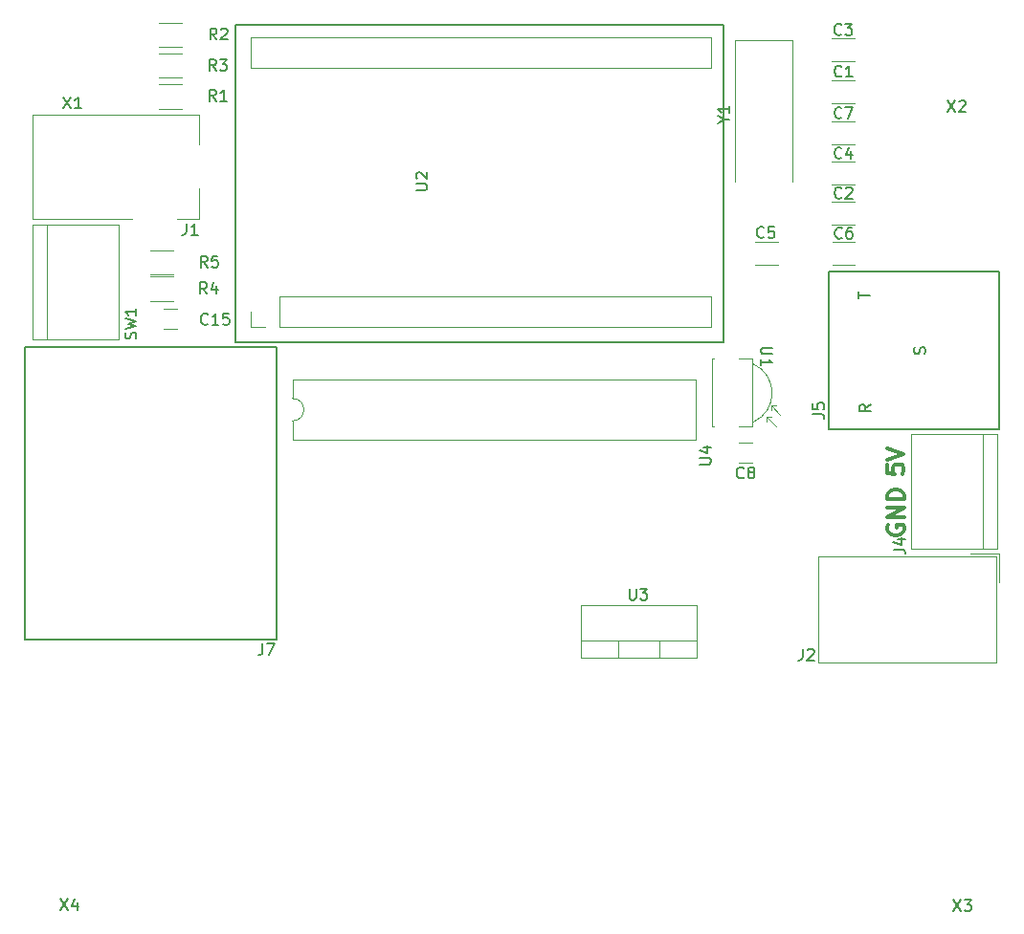
<source format=gbr>
G04 #@! TF.GenerationSoftware,KiCad,Pcbnew,(5.0.2)-1*
G04 #@! TF.CreationDate,2019-08-24T11:33:58-04:00*
G04 #@! TF.ProjectId,doof_PCB,646f6f66-5f50-4434-922e-6b696361645f,rev?*
G04 #@! TF.SameCoordinates,Original*
G04 #@! TF.FileFunction,Legend,Top*
G04 #@! TF.FilePolarity,Positive*
%FSLAX46Y46*%
G04 Gerber Fmt 4.6, Leading zero omitted, Abs format (unit mm)*
G04 Created by KiCad (PCBNEW (5.0.2)-1) date 8/24/2019 11:33:58 AM*
%MOMM*%
%LPD*%
G01*
G04 APERTURE LIST*
%ADD10C,0.300000*%
%ADD11C,0.150000*%
%ADD12C,0.120000*%
G04 APERTURE END LIST*
D10*
X176999200Y-70789657D02*
X176927771Y-70932514D01*
X176927771Y-71146800D01*
X176999200Y-71361085D01*
X177142057Y-71503942D01*
X177284914Y-71575371D01*
X177570628Y-71646800D01*
X177784914Y-71646800D01*
X178070628Y-71575371D01*
X178213485Y-71503942D01*
X178356342Y-71361085D01*
X178427771Y-71146800D01*
X178427771Y-71003942D01*
X178356342Y-70789657D01*
X178284914Y-70718228D01*
X177784914Y-70718228D01*
X177784914Y-71003942D01*
X178427771Y-70075371D02*
X176927771Y-70075371D01*
X178427771Y-69218228D01*
X176927771Y-69218228D01*
X178427771Y-68503942D02*
X176927771Y-68503942D01*
X176927771Y-68146800D01*
X176999200Y-67932514D01*
X177142057Y-67789657D01*
X177284914Y-67718228D01*
X177570628Y-67646800D01*
X177784914Y-67646800D01*
X178070628Y-67718228D01*
X178213485Y-67789657D01*
X178356342Y-67932514D01*
X178427771Y-68146800D01*
X178427771Y-68503942D01*
X176876971Y-65462114D02*
X176876971Y-66176400D01*
X177591257Y-66247828D01*
X177519828Y-66176400D01*
X177448400Y-66033542D01*
X177448400Y-65676400D01*
X177519828Y-65533542D01*
X177591257Y-65462114D01*
X177734114Y-65390685D01*
X178091257Y-65390685D01*
X178234114Y-65462114D01*
X178305542Y-65533542D01*
X178376971Y-65676400D01*
X178376971Y-66033542D01*
X178305542Y-66176400D01*
X178234114Y-66247828D01*
X176876971Y-64962114D02*
X178376971Y-64462114D01*
X176876971Y-63962114D01*
D11*
G04 #@! TO.C,J5*
X186817000Y-62306200D02*
X186817000Y-48361600D01*
X186791600Y-48352200D02*
X171754800Y-48352200D01*
X171754800Y-48361600D02*
X171754800Y-62306200D01*
X171754800Y-62315600D02*
X186817000Y-62315600D01*
D12*
G04 #@! TO.C,Y1*
X163464000Y-27793200D02*
X163464000Y-40393200D01*
X168564000Y-27793200D02*
X163464000Y-27793200D01*
X168564000Y-40393200D02*
X168564000Y-27793200D01*
G04 #@! TO.C,C1*
X172037000Y-33402900D02*
X174037000Y-33402900D01*
X174037000Y-31362900D02*
X172037000Y-31362900D01*
G04 #@! TO.C,C2*
X172037000Y-44162900D02*
X174037000Y-44162900D01*
X174037000Y-42122900D02*
X172037000Y-42122900D01*
G04 #@! TO.C,C3*
X174037000Y-27682900D02*
X172037000Y-27682900D01*
X172037000Y-29722900D02*
X174037000Y-29722900D01*
G04 #@! TO.C,C4*
X174037000Y-38602900D02*
X172037000Y-38602900D01*
X172037000Y-40642900D02*
X174037000Y-40642900D01*
G04 #@! TO.C,C5*
X165268000Y-47705200D02*
X167268000Y-47705200D01*
X167268000Y-45665200D02*
X165268000Y-45665200D01*
G04 #@! TO.C,C6*
X174076000Y-45665200D02*
X172076000Y-45665200D01*
X172076000Y-47705200D02*
X174076000Y-47705200D01*
G04 #@! TO.C,C7*
X172037000Y-37072900D02*
X174037000Y-37072900D01*
X174037000Y-35032900D02*
X172037000Y-35032900D01*
G04 #@! TO.C,J1*
X116013000Y-34465200D02*
X116013000Y-37065200D01*
X101313000Y-34465200D02*
X116013000Y-34465200D01*
X116013000Y-43665200D02*
X114113000Y-43665200D01*
X116013000Y-40965200D02*
X116013000Y-43665200D01*
X101313000Y-43665200D02*
X101313000Y-34465200D01*
X110113000Y-43665200D02*
X101313000Y-43665200D01*
G04 #@! TO.C,J2*
X186604000Y-82907000D02*
X170824000Y-82907000D01*
X170824000Y-82907000D02*
X170824000Y-73557000D01*
X170824000Y-73557000D02*
X186604000Y-73557000D01*
X186604000Y-73557000D02*
X186604000Y-82907000D01*
X186854000Y-73307000D02*
X184314000Y-73307000D01*
X186854000Y-73307000D02*
X186854000Y-75847000D01*
G04 #@! TO.C,J4*
X186639000Y-72847200D02*
X186639000Y-62687200D01*
X179019000Y-72847200D02*
X186639000Y-72847200D01*
X179019000Y-62687200D02*
X179019000Y-72847200D01*
X186639000Y-62687200D02*
X179019000Y-62687200D01*
X185369000Y-62687200D02*
X185369000Y-72847200D01*
G04 #@! TO.C,R1*
X112487000Y-31746800D02*
X114487000Y-31746800D01*
X114487000Y-33886800D02*
X112487000Y-33886800D01*
G04 #@! TO.C,R2*
X114487000Y-28451200D02*
X112487000Y-28451200D01*
X112487000Y-26311200D02*
X114487000Y-26311200D01*
G04 #@! TO.C,R3*
X112487000Y-29003600D02*
X114487000Y-29003600D01*
X114487000Y-31143600D02*
X112487000Y-31143600D01*
G04 #@! TO.C,R4*
X113725000Y-50904800D02*
X111725000Y-50904800D01*
X111725000Y-48764800D02*
X113725000Y-48764800D01*
G04 #@! TO.C,R5*
X113725000Y-48568000D02*
X111725000Y-48568000D01*
X111725000Y-46428000D02*
X113725000Y-46428000D01*
G04 #@! TO.C,SW1*
X102616000Y-54305200D02*
X102616000Y-44145200D01*
X101346000Y-54305200D02*
X108966000Y-54305200D01*
X108966000Y-54305200D02*
X108966000Y-44145200D01*
X108966000Y-44145200D02*
X101346000Y-44145200D01*
X101346000Y-44145200D02*
X101346000Y-54305200D01*
G04 #@! TO.C,U1*
X165063321Y-61659685D02*
G75*
G03X165012000Y-56482000I-1151321J2577685D01*
G01*
X166662000Y-60202000D02*
X166662000Y-60602000D01*
X166662000Y-60202000D02*
X167062000Y-60202000D01*
X166662000Y-60202000D02*
X167462000Y-61002000D01*
X166262001Y-61202000D02*
X167062000Y-62001999D01*
X166262001Y-61202000D02*
X166662000Y-61202000D01*
X166262001Y-61202000D02*
X166262000Y-61602000D01*
X161412000Y-56022000D02*
X161412000Y-62022000D01*
X165012001Y-62022000D02*
X163811999Y-62022000D01*
X165012000Y-56022000D02*
X165012001Y-62022000D01*
X161412000Y-62022000D02*
X161612001Y-62022000D01*
X161412000Y-56022000D02*
X161612000Y-56022000D01*
X165012000Y-56022000D02*
X163812000Y-56022000D01*
D11*
G04 #@! TO.C,U2*
X162433000Y-54559200D02*
X119253000Y-54559200D01*
X162433000Y-26492200D02*
X162433000Y-54559200D01*
X119253000Y-26492200D02*
X162433000Y-26492200D01*
X119253000Y-54559200D02*
X119253000Y-26492200D01*
D12*
X120573800Y-30251400D02*
X161350000Y-30251400D01*
X120573800Y-27559000D02*
X161350000Y-27559000D01*
X120573800Y-30251400D02*
X120573800Y-27591400D01*
X161350000Y-30235200D02*
X161350000Y-27575200D01*
X161350000Y-53222200D02*
X161350000Y-50562200D01*
X123190000Y-53222200D02*
X161350000Y-53222200D01*
X123190000Y-50562200D02*
X161350000Y-50562200D01*
X123190000Y-53222200D02*
X123190000Y-50562200D01*
X121920000Y-53222200D02*
X120590000Y-53222200D01*
X120590000Y-53222200D02*
X120590000Y-51892200D01*
G04 #@! TO.C,U3*
X153089000Y-82528400D02*
X153089000Y-81018400D01*
X156790000Y-82528400D02*
X156790000Y-81018400D01*
X160060000Y-81018400D02*
X149820000Y-81018400D01*
X149820000Y-82528400D02*
X149820000Y-77887400D01*
X160060000Y-82528400D02*
X160060000Y-77887400D01*
X160060000Y-77887400D02*
X149820000Y-77887400D01*
X160060000Y-82528400D02*
X149820000Y-82528400D01*
D11*
G04 #@! TO.C,J7*
X122859800Y-55016400D02*
X100660200Y-55016400D01*
X100660200Y-55016400D02*
X100660200Y-80873600D01*
X122859800Y-55016400D02*
X122859800Y-80873600D01*
X122859800Y-80873600D02*
X100660200Y-80873600D01*
D12*
G04 #@! TO.C,C8*
X164991064Y-65273600D02*
X163786936Y-65273600D01*
X164991064Y-63453600D02*
X163786936Y-63453600D01*
G04 #@! TO.C,U4*
X124298000Y-59553600D02*
G75*
G02X124298000Y-61553600I0J-1000000D01*
G01*
X124298000Y-61553600D02*
X124298000Y-63203600D01*
X124298000Y-63203600D02*
X159978000Y-63203600D01*
X159978000Y-63203600D02*
X159978000Y-57903600D01*
X159978000Y-57903600D02*
X124298000Y-57903600D01*
X124298000Y-57903600D02*
X124298000Y-59553600D01*
G04 #@! TO.C,C15*
X114089064Y-53437200D02*
X112884936Y-53437200D01*
X114089064Y-51617200D02*
X112884936Y-51617200D01*
G04 #@! TO.C,J5*
D11*
X170343580Y-60960133D02*
X171057866Y-60960133D01*
X171200723Y-61007752D01*
X171295961Y-61102990D01*
X171343580Y-61245847D01*
X171343580Y-61341085D01*
X170343580Y-60007752D02*
X170343580Y-60483942D01*
X170819771Y-60531561D01*
X170772152Y-60483942D01*
X170724533Y-60388704D01*
X170724533Y-60150609D01*
X170772152Y-60055371D01*
X170819771Y-60007752D01*
X170915009Y-59960133D01*
X171153104Y-59960133D01*
X171248342Y-60007752D01*
X171295961Y-60055371D01*
X171343580Y-60150609D01*
X171343580Y-60388704D01*
X171295961Y-60483942D01*
X171248342Y-60531561D01*
X180236761Y-55606914D02*
X180284380Y-55464057D01*
X180284380Y-55225961D01*
X180236761Y-55130723D01*
X180189142Y-55083104D01*
X180093904Y-55035485D01*
X179998666Y-55035485D01*
X179903428Y-55083104D01*
X179855809Y-55130723D01*
X179808190Y-55225961D01*
X179760571Y-55416438D01*
X179712952Y-55511676D01*
X179665333Y-55559295D01*
X179570095Y-55606914D01*
X179474857Y-55606914D01*
X179379619Y-55559295D01*
X179332000Y-55511676D01*
X179284380Y-55416438D01*
X179284380Y-55178342D01*
X179332000Y-55035485D01*
X175458380Y-60091676D02*
X174982190Y-60425009D01*
X175458380Y-60663104D02*
X174458380Y-60663104D01*
X174458380Y-60282152D01*
X174506000Y-60186914D01*
X174553619Y-60139295D01*
X174648857Y-60091676D01*
X174791714Y-60091676D01*
X174886952Y-60139295D01*
X174934571Y-60186914D01*
X174982190Y-60282152D01*
X174982190Y-60663104D01*
X174407580Y-50701714D02*
X174407580Y-50130285D01*
X175407580Y-50416000D02*
X174407580Y-50416000D01*
G04 #@! TO.C,Y1*
X162484990Y-34867790D02*
X162961180Y-34867790D01*
X161961180Y-35201123D02*
X162484990Y-34867790D01*
X161961180Y-34534457D01*
X162961180Y-33677314D02*
X162961180Y-34248742D01*
X162961180Y-33963028D02*
X161961180Y-33963028D01*
X162104038Y-34058266D01*
X162199276Y-34153504D01*
X162246895Y-34248742D01*
G04 #@! TO.C,X1*
X104041476Y-32878780D02*
X104708142Y-33878780D01*
X104708142Y-32878780D02*
X104041476Y-33878780D01*
X105612904Y-33878780D02*
X105041476Y-33878780D01*
X105327190Y-33878780D02*
X105327190Y-32878780D01*
X105231952Y-33021638D01*
X105136714Y-33116876D01*
X105041476Y-33164495D01*
G04 #@! TO.C,X4*
X103787476Y-103896980D02*
X104454142Y-104896980D01*
X104454142Y-103896980D02*
X103787476Y-104896980D01*
X105263666Y-104230314D02*
X105263666Y-104896980D01*
X105025571Y-103849361D02*
X104787476Y-104563647D01*
X105406523Y-104563647D01*
G04 #@! TO.C,X3*
X182781476Y-103947980D02*
X183448142Y-104947980D01*
X183448142Y-103947980D02*
X182781476Y-104947980D01*
X183733857Y-103947980D02*
X184352904Y-103947980D01*
X184019571Y-104328933D01*
X184162428Y-104328933D01*
X184257666Y-104376552D01*
X184305285Y-104424171D01*
X184352904Y-104519409D01*
X184352904Y-104757504D01*
X184305285Y-104852742D01*
X184257666Y-104900361D01*
X184162428Y-104947980D01*
X183876714Y-104947980D01*
X183781476Y-104900361D01*
X183733857Y-104852742D01*
G04 #@! TO.C,X2*
X182273476Y-33183580D02*
X182940142Y-34183580D01*
X182940142Y-33183580D02*
X182273476Y-34183580D01*
X183273476Y-33278819D02*
X183321095Y-33231200D01*
X183416333Y-33183580D01*
X183654428Y-33183580D01*
X183749666Y-33231200D01*
X183797285Y-33278819D01*
X183844904Y-33374057D01*
X183844904Y-33469295D01*
X183797285Y-33612152D01*
X183225857Y-34183580D01*
X183844904Y-34183580D01*
G04 #@! TO.C,C1*
X172870333Y-30990042D02*
X172822714Y-31037661D01*
X172679857Y-31085280D01*
X172584619Y-31085280D01*
X172441761Y-31037661D01*
X172346523Y-30942423D01*
X172298904Y-30847185D01*
X172251285Y-30656709D01*
X172251285Y-30513852D01*
X172298904Y-30323376D01*
X172346523Y-30228138D01*
X172441761Y-30132900D01*
X172584619Y-30085280D01*
X172679857Y-30085280D01*
X172822714Y-30132900D01*
X172870333Y-30180519D01*
X173822714Y-31085280D02*
X173251285Y-31085280D01*
X173537000Y-31085280D02*
X173537000Y-30085280D01*
X173441761Y-30228138D01*
X173346523Y-30323376D01*
X173251285Y-30370995D01*
G04 #@! TO.C,C2*
X172870333Y-41750042D02*
X172822714Y-41797661D01*
X172679857Y-41845280D01*
X172584619Y-41845280D01*
X172441761Y-41797661D01*
X172346523Y-41702423D01*
X172298904Y-41607185D01*
X172251285Y-41416709D01*
X172251285Y-41273852D01*
X172298904Y-41083376D01*
X172346523Y-40988138D01*
X172441761Y-40892900D01*
X172584619Y-40845280D01*
X172679857Y-40845280D01*
X172822714Y-40892900D01*
X172870333Y-40940519D01*
X173251285Y-40940519D02*
X173298904Y-40892900D01*
X173394142Y-40845280D01*
X173632238Y-40845280D01*
X173727476Y-40892900D01*
X173775095Y-40940519D01*
X173822714Y-41035757D01*
X173822714Y-41130995D01*
X173775095Y-41273852D01*
X173203666Y-41845280D01*
X173822714Y-41845280D01*
G04 #@! TO.C,C3*
X172858805Y-27281135D02*
X172811186Y-27328754D01*
X172668329Y-27376373D01*
X172573091Y-27376373D01*
X172430233Y-27328754D01*
X172334995Y-27233516D01*
X172287376Y-27138278D01*
X172239757Y-26947802D01*
X172239757Y-26804945D01*
X172287376Y-26614469D01*
X172334995Y-26519231D01*
X172430233Y-26423993D01*
X172573091Y-26376373D01*
X172668329Y-26376373D01*
X172811186Y-26423993D01*
X172858805Y-26471612D01*
X173192138Y-26376373D02*
X173811186Y-26376373D01*
X173477852Y-26757326D01*
X173620710Y-26757326D01*
X173715948Y-26804945D01*
X173763567Y-26852564D01*
X173811186Y-26947802D01*
X173811186Y-27185897D01*
X173763567Y-27281135D01*
X173715948Y-27328754D01*
X173620710Y-27376373D01*
X173334995Y-27376373D01*
X173239757Y-27328754D01*
X173192138Y-27281135D01*
G04 #@! TO.C,C4*
X172870333Y-38230042D02*
X172822714Y-38277661D01*
X172679857Y-38325280D01*
X172584619Y-38325280D01*
X172441761Y-38277661D01*
X172346523Y-38182423D01*
X172298904Y-38087185D01*
X172251285Y-37896709D01*
X172251285Y-37753852D01*
X172298904Y-37563376D01*
X172346523Y-37468138D01*
X172441761Y-37372900D01*
X172584619Y-37325280D01*
X172679857Y-37325280D01*
X172822714Y-37372900D01*
X172870333Y-37420519D01*
X173727476Y-37658614D02*
X173727476Y-38325280D01*
X173489380Y-37277661D02*
X173251285Y-37991947D01*
X173870333Y-37991947D01*
G04 #@! TO.C,C5*
X165999733Y-45264342D02*
X165952114Y-45311961D01*
X165809257Y-45359580D01*
X165714019Y-45359580D01*
X165571161Y-45311961D01*
X165475923Y-45216723D01*
X165428304Y-45121485D01*
X165380685Y-44931009D01*
X165380685Y-44788152D01*
X165428304Y-44597676D01*
X165475923Y-44502438D01*
X165571161Y-44407200D01*
X165714019Y-44359580D01*
X165809257Y-44359580D01*
X165952114Y-44407200D01*
X165999733Y-44454819D01*
X166904495Y-44359580D02*
X166428304Y-44359580D01*
X166380685Y-44835771D01*
X166428304Y-44788152D01*
X166523542Y-44740533D01*
X166761638Y-44740533D01*
X166856876Y-44788152D01*
X166904495Y-44835771D01*
X166952114Y-44931009D01*
X166952114Y-45169104D01*
X166904495Y-45264342D01*
X166856876Y-45311961D01*
X166761638Y-45359580D01*
X166523542Y-45359580D01*
X166428304Y-45311961D01*
X166380685Y-45264342D01*
G04 #@! TO.C,C6*
X172909333Y-45315142D02*
X172861714Y-45362761D01*
X172718857Y-45410380D01*
X172623619Y-45410380D01*
X172480761Y-45362761D01*
X172385523Y-45267523D01*
X172337904Y-45172285D01*
X172290285Y-44981809D01*
X172290285Y-44838952D01*
X172337904Y-44648476D01*
X172385523Y-44553238D01*
X172480761Y-44458000D01*
X172623619Y-44410380D01*
X172718857Y-44410380D01*
X172861714Y-44458000D01*
X172909333Y-44505619D01*
X173766476Y-44410380D02*
X173576000Y-44410380D01*
X173480761Y-44458000D01*
X173433142Y-44505619D01*
X173337904Y-44648476D01*
X173290285Y-44838952D01*
X173290285Y-45219904D01*
X173337904Y-45315142D01*
X173385523Y-45362761D01*
X173480761Y-45410380D01*
X173671238Y-45410380D01*
X173766476Y-45362761D01*
X173814095Y-45315142D01*
X173861714Y-45219904D01*
X173861714Y-44981809D01*
X173814095Y-44886571D01*
X173766476Y-44838952D01*
X173671238Y-44791333D01*
X173480761Y-44791333D01*
X173385523Y-44838952D01*
X173337904Y-44886571D01*
X173290285Y-44981809D01*
G04 #@! TO.C,C7*
X172870333Y-34660042D02*
X172822714Y-34707661D01*
X172679857Y-34755280D01*
X172584619Y-34755280D01*
X172441761Y-34707661D01*
X172346523Y-34612423D01*
X172298904Y-34517185D01*
X172251285Y-34326709D01*
X172251285Y-34183852D01*
X172298904Y-33993376D01*
X172346523Y-33898138D01*
X172441761Y-33802900D01*
X172584619Y-33755280D01*
X172679857Y-33755280D01*
X172822714Y-33802900D01*
X172870333Y-33850519D01*
X173203666Y-33755280D02*
X173870333Y-33755280D01*
X173441761Y-34755280D01*
G04 #@! TO.C,J1*
X114919666Y-44077580D02*
X114919666Y-44791866D01*
X114872047Y-44934723D01*
X114776809Y-45029961D01*
X114633952Y-45077580D01*
X114538714Y-45077580D01*
X115919666Y-45077580D02*
X115348238Y-45077580D01*
X115633952Y-45077580D02*
X115633952Y-44077580D01*
X115538714Y-44220438D01*
X115443476Y-44315676D01*
X115348238Y-44363295D01*
G04 #@! TO.C,J2*
X169439866Y-81748380D02*
X169439866Y-82462666D01*
X169392247Y-82605523D01*
X169297009Y-82700761D01*
X169154152Y-82748380D01*
X169058914Y-82748380D01*
X169868438Y-81843619D02*
X169916057Y-81796000D01*
X170011295Y-81748380D01*
X170249390Y-81748380D01*
X170344628Y-81796000D01*
X170392247Y-81843619D01*
X170439866Y-81938857D01*
X170439866Y-82034095D01*
X170392247Y-82176952D01*
X169820819Y-82748380D01*
X170439866Y-82748380D01*
G04 #@! TO.C,J4*
X177506180Y-72926533D02*
X178220466Y-72926533D01*
X178363323Y-72974152D01*
X178458561Y-73069390D01*
X178506180Y-73212247D01*
X178506180Y-73307485D01*
X177839514Y-72021771D02*
X178506180Y-72021771D01*
X177458561Y-72259866D02*
X178172847Y-72497961D01*
X178172847Y-71878914D01*
G04 #@! TO.C,R1*
X117536733Y-33218380D02*
X117203400Y-32742190D01*
X116965304Y-33218380D02*
X116965304Y-32218380D01*
X117346257Y-32218380D01*
X117441495Y-32266000D01*
X117489114Y-32313619D01*
X117536733Y-32408857D01*
X117536733Y-32551714D01*
X117489114Y-32646952D01*
X117441495Y-32694571D01*
X117346257Y-32742190D01*
X116965304Y-32742190D01*
X118489114Y-33218380D02*
X117917685Y-33218380D01*
X118203400Y-33218380D02*
X118203400Y-32218380D01*
X118108161Y-32361238D01*
X118012923Y-32456476D01*
X117917685Y-32504095D01*
G04 #@! TO.C,R2*
X117587533Y-27782780D02*
X117254200Y-27306590D01*
X117016104Y-27782780D02*
X117016104Y-26782780D01*
X117397057Y-26782780D01*
X117492295Y-26830400D01*
X117539914Y-26878019D01*
X117587533Y-26973257D01*
X117587533Y-27116114D01*
X117539914Y-27211352D01*
X117492295Y-27258971D01*
X117397057Y-27306590D01*
X117016104Y-27306590D01*
X117968485Y-26878019D02*
X118016104Y-26830400D01*
X118111342Y-26782780D01*
X118349438Y-26782780D01*
X118444676Y-26830400D01*
X118492295Y-26878019D01*
X118539914Y-26973257D01*
X118539914Y-27068495D01*
X118492295Y-27211352D01*
X117920866Y-27782780D01*
X118539914Y-27782780D01*
G04 #@! TO.C,R3*
X117536733Y-30525980D02*
X117203400Y-30049790D01*
X116965304Y-30525980D02*
X116965304Y-29525980D01*
X117346257Y-29525980D01*
X117441495Y-29573600D01*
X117489114Y-29621219D01*
X117536733Y-29716457D01*
X117536733Y-29859314D01*
X117489114Y-29954552D01*
X117441495Y-30002171D01*
X117346257Y-30049790D01*
X116965304Y-30049790D01*
X117870066Y-29525980D02*
X118489114Y-29525980D01*
X118155780Y-29906933D01*
X118298638Y-29906933D01*
X118393876Y-29954552D01*
X118441495Y-30002171D01*
X118489114Y-30097409D01*
X118489114Y-30335504D01*
X118441495Y-30430742D01*
X118393876Y-30478361D01*
X118298638Y-30525980D01*
X118012923Y-30525980D01*
X117917685Y-30478361D01*
X117870066Y-30430742D01*
G04 #@! TO.C,R4*
X116723933Y-50287180D02*
X116390600Y-49810990D01*
X116152504Y-50287180D02*
X116152504Y-49287180D01*
X116533457Y-49287180D01*
X116628695Y-49334800D01*
X116676314Y-49382419D01*
X116723933Y-49477657D01*
X116723933Y-49620514D01*
X116676314Y-49715752D01*
X116628695Y-49763371D01*
X116533457Y-49810990D01*
X116152504Y-49810990D01*
X117581076Y-49620514D02*
X117581076Y-50287180D01*
X117342980Y-49239561D02*
X117104885Y-49953847D01*
X117723933Y-49953847D01*
G04 #@! TO.C,R5*
X116774733Y-47950380D02*
X116441400Y-47474190D01*
X116203304Y-47950380D02*
X116203304Y-46950380D01*
X116584257Y-46950380D01*
X116679495Y-46998000D01*
X116727114Y-47045619D01*
X116774733Y-47140857D01*
X116774733Y-47283714D01*
X116727114Y-47378952D01*
X116679495Y-47426571D01*
X116584257Y-47474190D01*
X116203304Y-47474190D01*
X117679495Y-46950380D02*
X117203304Y-46950380D01*
X117155685Y-47426571D01*
X117203304Y-47378952D01*
X117298542Y-47331333D01*
X117536638Y-47331333D01*
X117631876Y-47378952D01*
X117679495Y-47426571D01*
X117727114Y-47521809D01*
X117727114Y-47759904D01*
X117679495Y-47855142D01*
X117631876Y-47902761D01*
X117536638Y-47950380D01*
X117298542Y-47950380D01*
X117203304Y-47902761D01*
X117155685Y-47855142D01*
G04 #@! TO.C,SW1*
X110437561Y-54266933D02*
X110485180Y-54124076D01*
X110485180Y-53885980D01*
X110437561Y-53790742D01*
X110389942Y-53743123D01*
X110294704Y-53695504D01*
X110199466Y-53695504D01*
X110104228Y-53743123D01*
X110056609Y-53790742D01*
X110008990Y-53885980D01*
X109961371Y-54076457D01*
X109913752Y-54171695D01*
X109866133Y-54219314D01*
X109770895Y-54266933D01*
X109675657Y-54266933D01*
X109580419Y-54219314D01*
X109532800Y-54171695D01*
X109485180Y-54076457D01*
X109485180Y-53838361D01*
X109532800Y-53695504D01*
X109485180Y-53362171D02*
X110485180Y-53124076D01*
X109770895Y-52933600D01*
X110485180Y-52743123D01*
X109485180Y-52505028D01*
X110485180Y-51600266D02*
X110485180Y-52171695D01*
X110485180Y-51885980D02*
X109485180Y-51885980D01*
X109628038Y-51981219D01*
X109723276Y-52076457D01*
X109770895Y-52171695D01*
G04 #@! TO.C,U1*
X166764819Y-55067295D02*
X165955295Y-55067295D01*
X165860057Y-55114914D01*
X165812438Y-55162533D01*
X165764819Y-55257771D01*
X165764819Y-55448247D01*
X165812438Y-55543485D01*
X165860057Y-55591104D01*
X165955295Y-55638723D01*
X166764819Y-55638723D01*
X165764819Y-56638723D02*
X165764819Y-56067295D01*
X165764819Y-56353009D02*
X166764819Y-56353009D01*
X166621961Y-56257771D01*
X166526723Y-56162533D01*
X166479104Y-56067295D01*
G04 #@! TO.C,U2*
X135215380Y-41097104D02*
X136024904Y-41097104D01*
X136120142Y-41049485D01*
X136167761Y-41001866D01*
X136215380Y-40906628D01*
X136215380Y-40716152D01*
X136167761Y-40620914D01*
X136120142Y-40573295D01*
X136024904Y-40525676D01*
X135215380Y-40525676D01*
X135310619Y-40097104D02*
X135263000Y-40049485D01*
X135215380Y-39954247D01*
X135215380Y-39716152D01*
X135263000Y-39620914D01*
X135310619Y-39573295D01*
X135405857Y-39525676D01*
X135501095Y-39525676D01*
X135643952Y-39573295D01*
X136215380Y-40144723D01*
X136215380Y-39525676D01*
G04 #@! TO.C,U3*
X154118095Y-76410780D02*
X154118095Y-77220304D01*
X154165714Y-77315542D01*
X154213333Y-77363161D01*
X154308571Y-77410780D01*
X154499047Y-77410780D01*
X154594285Y-77363161D01*
X154641904Y-77315542D01*
X154689523Y-77220304D01*
X154689523Y-76410780D01*
X155070476Y-76410780D02*
X155689523Y-76410780D01*
X155356190Y-76791733D01*
X155499047Y-76791733D01*
X155594285Y-76839352D01*
X155641904Y-76886971D01*
X155689523Y-76982209D01*
X155689523Y-77220304D01*
X155641904Y-77315542D01*
X155594285Y-77363161D01*
X155499047Y-77410780D01*
X155213333Y-77410780D01*
X155118095Y-77363161D01*
X155070476Y-77315542D01*
G04 #@! TO.C,J7*
X121637466Y-81291180D02*
X121637466Y-82005466D01*
X121589847Y-82148323D01*
X121494609Y-82243561D01*
X121351752Y-82291180D01*
X121256514Y-82291180D01*
X122018419Y-81291180D02*
X122685085Y-81291180D01*
X122256514Y-82291180D01*
G04 #@! TO.C,C8*
X164222333Y-66549542D02*
X164174714Y-66597161D01*
X164031857Y-66644780D01*
X163936619Y-66644780D01*
X163793761Y-66597161D01*
X163698523Y-66501923D01*
X163650904Y-66406685D01*
X163603285Y-66216209D01*
X163603285Y-66073352D01*
X163650904Y-65882876D01*
X163698523Y-65787638D01*
X163793761Y-65692400D01*
X163936619Y-65644780D01*
X164031857Y-65644780D01*
X164174714Y-65692400D01*
X164222333Y-65740019D01*
X164793761Y-66073352D02*
X164698523Y-66025733D01*
X164650904Y-65978114D01*
X164603285Y-65882876D01*
X164603285Y-65835257D01*
X164650904Y-65740019D01*
X164698523Y-65692400D01*
X164793761Y-65644780D01*
X164984238Y-65644780D01*
X165079476Y-65692400D01*
X165127095Y-65740019D01*
X165174714Y-65835257D01*
X165174714Y-65882876D01*
X165127095Y-65978114D01*
X165079476Y-66025733D01*
X164984238Y-66073352D01*
X164793761Y-66073352D01*
X164698523Y-66120971D01*
X164650904Y-66168590D01*
X164603285Y-66263828D01*
X164603285Y-66454304D01*
X164650904Y-66549542D01*
X164698523Y-66597161D01*
X164793761Y-66644780D01*
X164984238Y-66644780D01*
X165079476Y-66597161D01*
X165127095Y-66549542D01*
X165174714Y-66454304D01*
X165174714Y-66263828D01*
X165127095Y-66168590D01*
X165079476Y-66120971D01*
X164984238Y-66073352D01*
G04 #@! TO.C,U4*
X160335980Y-65379504D02*
X161145504Y-65379504D01*
X161240742Y-65331885D01*
X161288361Y-65284266D01*
X161335980Y-65189028D01*
X161335980Y-64998552D01*
X161288361Y-64903314D01*
X161240742Y-64855695D01*
X161145504Y-64808076D01*
X160335980Y-64808076D01*
X160669314Y-63903314D02*
X161335980Y-63903314D01*
X160288361Y-64141409D02*
X161002647Y-64379504D01*
X161002647Y-63760457D01*
G04 #@! TO.C,C15*
X116806542Y-52935142D02*
X116758923Y-52982761D01*
X116616066Y-53030380D01*
X116520828Y-53030380D01*
X116377971Y-52982761D01*
X116282733Y-52887523D01*
X116235114Y-52792285D01*
X116187495Y-52601809D01*
X116187495Y-52458952D01*
X116235114Y-52268476D01*
X116282733Y-52173238D01*
X116377971Y-52078000D01*
X116520828Y-52030380D01*
X116616066Y-52030380D01*
X116758923Y-52078000D01*
X116806542Y-52125619D01*
X117758923Y-53030380D02*
X117187495Y-53030380D01*
X117473209Y-53030380D02*
X117473209Y-52030380D01*
X117377971Y-52173238D01*
X117282733Y-52268476D01*
X117187495Y-52316095D01*
X118663685Y-52030380D02*
X118187495Y-52030380D01*
X118139876Y-52506571D01*
X118187495Y-52458952D01*
X118282733Y-52411333D01*
X118520828Y-52411333D01*
X118616066Y-52458952D01*
X118663685Y-52506571D01*
X118711304Y-52601809D01*
X118711304Y-52839904D01*
X118663685Y-52935142D01*
X118616066Y-52982761D01*
X118520828Y-53030380D01*
X118282733Y-53030380D01*
X118187495Y-52982761D01*
X118139876Y-52935142D01*
G04 #@! TD*
M02*

</source>
